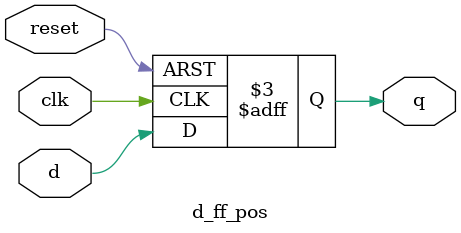
<source format=v>
module d_ff_pos(input d, reset, clk, output reg q);
	initial 
		q <= 1'b0;
	always @(posedge reset or posedge clk)
	if(reset)
		q <= 1'b0;
	else
		q <= d;
endmodule
</source>
